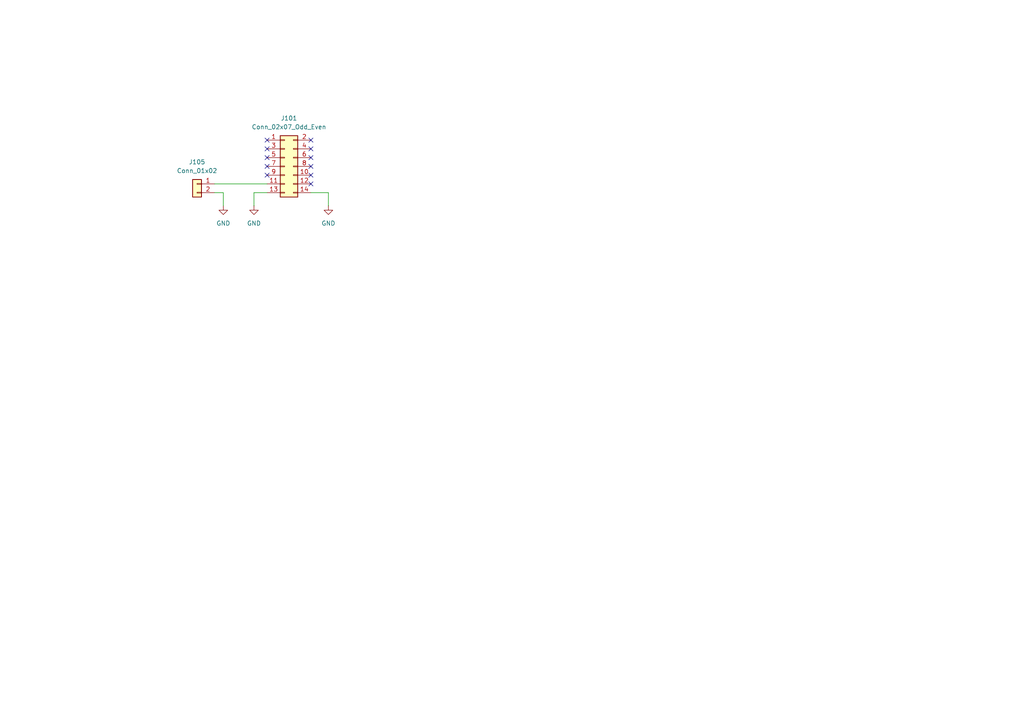
<source format=kicad_sch>
(kicad_sch (version 20250114) (generator "eeschema") (generator_version "9.0")
  (paper "A4")
  (lib_symbols
    (symbol "Connector_Generic:Conn_01x02" (pin_names (offset 1.016) (hide yes))
      (property "Reference" "J" (at 0 2.54 0))
      (property "Value" "Conn_01x02" (at 0 -5.08 0))
      (symbol "Conn_01x02_1_1"
        (rectangle (start -1.27 1.27) (end 1.27 -3.81) (stroke (width 0.254)) (fill (type background)))
        (rectangle (start -1.27 0.127) (end 0 -0.127) (stroke (width 0.1524)))
        (rectangle (start -1.27 -2.413) (end 0 -2.667) (stroke (width 0.1524)))
        (pin passive line (at -5.08 0 0) (length 3.81) (name "Pin_1") (number "1"))
        (pin passive line (at -5.08 -2.54 0) (length 3.81) (name "Pin_2") (number "2"))
      )
    )
    (symbol "Connector_Generic:Conn_02x07_Odd_Even" (pin_names (offset 1.016) (hide yes))
      (property "Reference" "J" (at 1.27 10.16 0))
      (property "Value" "Conn_02x07_Odd_Even" (at 1.27 -10.16 0))
      (symbol "Conn_02x07_Odd_Even_1_1"
        (rectangle (start -1.27 8.89) (end 3.81 -8.89) (stroke (width 0.254)) (fill (type background)))
        (rectangle (start -1.27 7.747) (end 0 7.493) (stroke (width 0.1524)))
        (rectangle (start -1.27 5.207) (end 0 4.953) (stroke (width 0.1524)))
        (rectangle (start -1.27 2.667) (end 0 2.413) (stroke (width 0.1524)))
        (rectangle (start -1.27 0.127) (end 0 -0.127) (stroke (width 0.1524)))
        (rectangle (start -1.27 -2.413) (end 0 -2.667) (stroke (width 0.1524)))
        (rectangle (start -1.27 -4.953) (end 0 -5.207) (stroke (width 0.1524)))
        (rectangle (start -1.27 -7.493) (end 0 -7.747) (stroke (width 0.1524)))
        (rectangle (start 3.81 7.747) (end 2.54 7.493) (stroke (width 0.1524)))
        (rectangle (start 3.81 5.207) (end 2.54 4.953) (stroke (width 0.1524)))
        (rectangle (start 3.81 2.667) (end 2.54 2.413) (stroke (width 0.1524)))
        (rectangle (start 3.81 0.127) (end 2.54 -0.127) (stroke (width 0.1524)))
        (rectangle (start 3.81 -2.413) (end 2.54 -2.667) (stroke (width 0.1524)))
        (rectangle (start 3.81 -4.953) (end 2.54 -5.207) (stroke (width 0.1524)))
        (rectangle (start 3.81 -7.493) (end 2.54 -7.747) (stroke (width 0.1524)))
        (pin passive line (at -5.08 7.62 0) (length 3.81) (name "Pin_1") (number "1"))
        (pin passive line (at -5.08 5.08 0) (length 3.81) (name "Pin_3") (number "3"))
        (pin passive line (at -5.08 2.54 0) (length 3.81) (name "Pin_5") (number "5"))
        (pin passive line (at -5.08 0 0) (length 3.81) (name "Pin_7") (number "7"))
        (pin passive line (at -5.08 -2.54 0) (length 3.81) (name "Pin_9") (number "9"))
        (pin passive line (at -5.08 -5.08 0) (length 3.81) (name "Pin_11") (number "11"))
        (pin passive line (at -5.08 -7.62 0) (length 3.81) (name "Pin_13") (number "13"))
        (pin passive line (at 7.62 7.62 180) (length 3.81) (name "Pin_2") (number "2"))
        (pin passive line (at 7.62 5.08 180) (length 3.81) (name "Pin_4") (number "4"))
        (pin passive line (at 7.62 2.54 180) (length 3.81) (name "Pin_6") (number "6"))
        (pin passive line (at 7.62 0 180) (length 3.81) (name "Pin_8") (number "8"))
        (pin passive line (at 7.62 -2.54 180) (length 3.81) (name "Pin_10") (number "10"))
        (pin passive line (at 7.62 -5.08 180) (length 3.81) (name "Pin_12") (number "12"))
        (pin passive line (at 7.62 -7.62 180) (length 3.81) (name "Pin_14") (number "14"))
      )
    )
    (symbol "power:GND" (power) (pin_numbers (hide yes)) (pin_names (offset 0) (hide yes))
      (property "Value" "GND" (at 0 -3.81 0))
      (symbol "GND_0_1"
        (polyline (pts (xy 0 0) (xy 0 -1.27) (xy 1.27 -1.27) (xy 0 -2.54) (xy -1.27 -1.27) (xy 0 -1.27)))
      )
      (symbol "GND_1_1"
        (pin power_in line (at 0 0 270) (length 0) (name "~") (number "1"))
      )
    )
  )
  (no_connect (at 77.47 45.72))
  (no_connect (at 90.17 45.72))
  (no_connect (at 90.17 53.34))
  (no_connect (at 77.47 48.26))
  (no_connect (at 77.47 40.64))
  (no_connect (at 77.47 50.8))
  (no_connect (at 90.17 48.26))
  (no_connect (at 90.17 50.8))
  (no_connect (at 77.47 43.18))
  (no_connect (at 90.17 43.18))
  (no_connect (at 90.17 40.64))
  (wire (pts (xy 73.66 55.88) (xy 73.66 59.69)))
  (wire (pts (xy 64.77 55.88) (xy 64.77 59.69)))
  (wire (pts (xy 90.17 55.88) (xy 95.25 55.88)))
  (wire (pts (xy 62.23 55.88) (xy 64.77 55.88)))
  (wire (pts (xy 73.66 55.88) (xy 77.47 55.88)))
  (wire (pts (xy 95.25 55.88) (xy 95.25 59.69)))
  (wire (pts (xy 62.23 53.34) (xy 77.47 53.34)))
  (symbol (lib_id "power:GND") (at 73.66 59.69 0) (unit 1)
    (property "Reference" "#PWR0101" (effects (hide yes)))
    (property "Value" "GND" (at 73.66 64.77 0))
    (property "Description" "Power symbol creates a global label with name \"GND\" , ground" (effects (hide yes)))
  )
  (symbol (lib_id "Connector_Generic:Conn_02x07_Odd_Even") (at 82.55 48.26 0) (unit 1)
    (property "Reference" "J101" (at 83.82 34.29 0))
    (property "Value" "Conn_02x07_Odd_Even" (at 83.82 36.83 0))
    (property "Footprint" "x68k-lib:PinSocket_2x07_P2.54mm_Horizontal_Mirror" (effects (hide yes)))
    (property "Description" "Generic connector, double row, 02x07, odd/even pin numbering scheme (row 1 odd numbers, row 2 even numbers), script generated (kicad-library-utils/schlib/autogen/connector/)" (effects (hide yes)))
  )
  (symbol (lib_id "power:GND") (at 64.77 59.69 0) (unit 1)
    (property "Reference" "#PWR0103" (effects (hide yes)))
    (property "Value" "GND" (at 64.77 64.77 0))
    (property "Description" "Power symbol creates a global label with name \"GND\" , ground" (effects (hide yes)))
  )
  (symbol (lib_id "Connector_Generic:Conn_01x02") (at 57.15 53.34 0) (mirror y) (unit 1)
    (property "Reference" "J105" (at 57.15 46.99 0))
    (property "Value" "Conn_01x02" (at 57.15 49.53 0))
    (property "Footprint" "Connector_JST:JST_XH_S2B-XH-A_1x02_P2.50mm_Horizontal" (effects (hide yes)))
    (property "Description" "Generic connector, single row, 01x02, script generated (kicad-library-utils/schlib/autogen/connector/)" (effects (hide yes)))
  )
  (symbol (lib_id "power:GND") (at 95.25 59.69 0) (unit 1)
    (property "Reference" "#PWR0102" (effects (hide yes)))
    (property "Value" "GND" (at 95.25 64.77 0))
    (property "Description" "Power symbol creates a global label with name \"GND\" , ground" (effects (hide yes)))
  )
)
</source>
